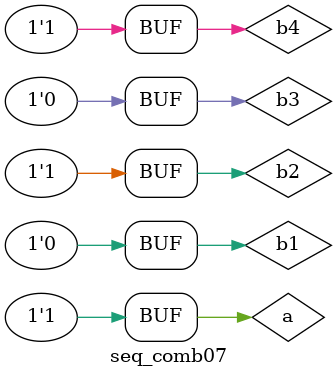
<source format=sv>
module seq_comb07;

/*

More propagation test

Some simulators give:

1 -> x -> x -> x -> x
1 -> 0 -> x -> x -> x
1 -> 0 -> 1 -> x -> x
1 -> 0 -> 1 -> 0 -> x
1 -> 0 -> 1 -> 0 -> 1

whereas others simply give:

1 -> x -> x -> x -> x
1 -> 0 -> 1 -> 0 -> 1

(Can be a result of running all blocks
and continuous assignments in declaration
order vs. running blocks and continuous
assignments in separate phases.)

*/

logic a;

wire b1, b2, b3, b4;

always_comb begin
 a = 1;
 $display("%b -> %b -> %b -> %b -> %b",
          a, b1, b2, b3, b4);
end

assign b1 = a + 1;

assign b2 = b1 + 1;

assign b3 = b2 + 1;

assign b4 = b3 + 1;

endmodule

</source>
